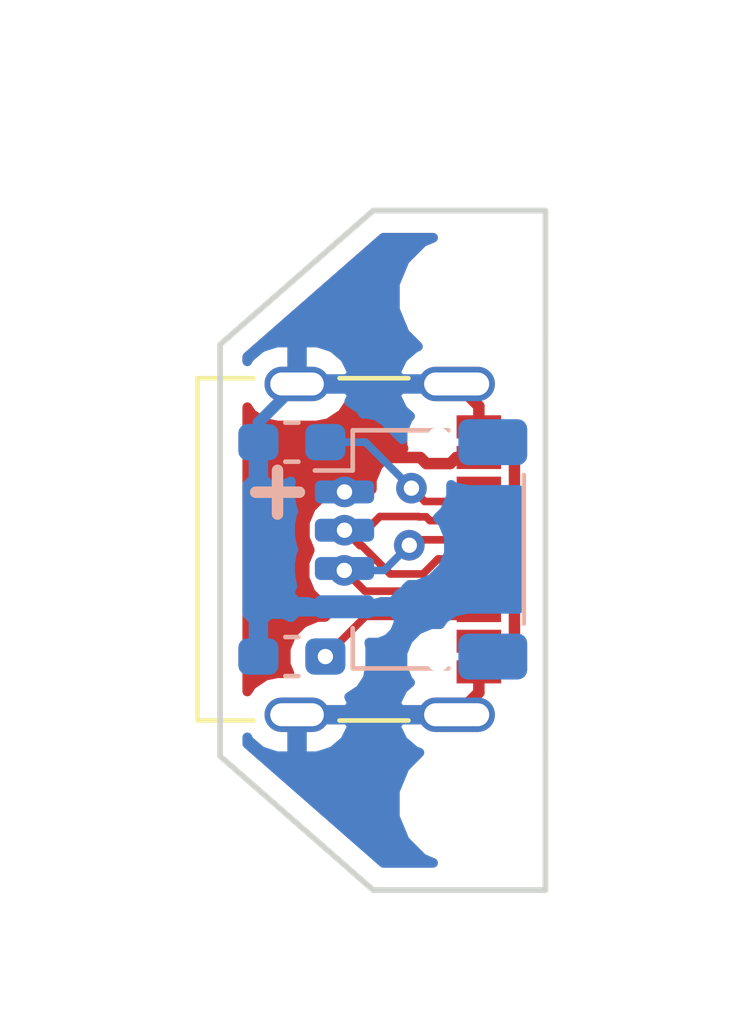
<source format=kicad_pcb>
(kicad_pcb (version 20171130) (host pcbnew "(5.0.0-rc2-200-g1f6f76beb)")

  (general
    (thickness 1.6)
    (drawings 9)
    (tracks 53)
    (zones 0)
    (modules 6)
    (nets 7)
  )

  (page A4)
  (layers
    (0 F.Cu signal hide)
    (31 B.Cu signal)
    (32 B.Adhes user)
    (33 F.Adhes user)
    (34 B.Paste user)
    (35 F.Paste user)
    (36 B.SilkS user)
    (37 F.SilkS user)
    (38 B.Mask user)
    (39 F.Mask user)
    (40 Dwgs.User user)
    (41 Cmts.User user)
    (42 Eco1.User user)
    (43 Eco2.User user)
    (44 Edge.Cuts user)
    (45 Margin user)
    (46 B.CrtYd user)
    (47 F.CrtYd user)
    (48 B.Fab user hide)
    (49 F.Fab user hide)
  )

  (setup
    (last_trace_width 0.2)
    (trace_clearance 0.2)
    (zone_clearance 0.508)
    (zone_45_only no)
    (trace_min 0.2)
    (segment_width 0.2)
    (edge_width 0.15)
    (via_size 0.8)
    (via_drill 0.4)
    (via_min_size 0.4)
    (via_min_drill 0.3)
    (uvia_size 0.3)
    (uvia_drill 0.1)
    (uvias_allowed no)
    (uvia_min_size 0.2)
    (uvia_min_drill 0.1)
    (pcb_text_width 0.3)
    (pcb_text_size 1.5 1.5)
    (mod_edge_width 0.15)
    (mod_text_size 1 1)
    (mod_text_width 0.15)
    (pad_size 1.524 1.524)
    (pad_drill 0.762)
    (pad_to_mask_clearance 0.2)
    (aux_axis_origin 0 0)
    (visible_elements FFFFFF7F)
    (pcbplotparams
      (layerselection 0x010fc_ffffffff)
      (usegerberextensions false)
      (usegerberattributes false)
      (usegerberadvancedattributes false)
      (creategerberjobfile false)
      (excludeedgelayer true)
      (linewidth 0.100000)
      (plotframeref false)
      (viasonmask false)
      (mode 1)
      (useauxorigin false)
      (hpglpennumber 1)
      (hpglpenspeed 20)
      (hpglpendiameter 15.000000)
      (psnegative false)
      (psa4output false)
      (plotreference true)
      (plotvalue true)
      (plotinvisibletext false)
      (padsonsilk false)
      (subtractmaskfromsilk false)
      (outputformat 1)
      (mirror false)
      (drillshape 1)
      (scaleselection 1)
      (outputdirectory ""))
  )

  (net 0 "")
  (net 1 GND)
  (net 2 DN)
  (net 3 DP)
  (net 4 "Net-(J1-PadA5)")
  (net 5 "Net-(J1-PadB5)")
  (net 6 VBUS)

  (net_class Default "This is the default net class."
    (clearance 0.2)
    (trace_width 0.2)
    (via_dia 0.8)
    (via_drill 0.4)
    (uvia_dia 0.3)
    (uvia_drill 0.1)
    (add_net DN)
    (add_net DP)
    (add_net "Net-(J1-PadA5)")
    (add_net "Net-(J1-PadB5)")
  )

  (net_class pow ""
    (clearance 0.2)
    (trace_width 0.3)
    (via_dia 0.8)
    (via_drill 0.4)
    (uvia_dia 0.3)
    (uvia_drill 0.1)
    (add_net GND)
    (add_net VBUS)
  )

  (module MountingHole:MountingHole_2.1mm (layer F.Cu) (tedit 5E4B50A8) (tstamp 5E593E32)
    (at 2.25 -6.75)
    (descr "Mounting Hole 2.1mm, no annular")
    (tags "mounting hole 2.1mm no annular")
    (attr virtual)
    (fp_text reference REF** (at 0 -3.2) (layer F.SilkS) hide
      (effects (font (size 1 1) (thickness 0.15)))
    )
    (fp_text value MountingHole_2.1mm (at 0 3.2) (layer F.Fab)
      (effects (font (size 1 1) (thickness 0.15)))
    )
    (fp_text user %R (at 0.3 0) (layer F.Fab)
      (effects (font (size 1 1) (thickness 0.15)))
    )
    (fp_circle (center 0 0) (end 2.1 0) (layer Cmts.User) (width 0.15))
    (fp_circle (center 0 0) (end 2.35 0) (layer F.CrtYd) (width 0.05))
    (pad "" np_thru_hole circle (at 0 0) (size 2.1 2.1) (drill 2.1) (layers *.Cu *.Mask))
  )

  (module Connector_USB:USB_C_Receptacle_Palconn_UTC16-G (layer F.Cu) (tedit 5E4B50AB) (tstamp 5E5933B1)
    (at 0.25 -0.15 270)
    (descr http://www.palpilot.com/wp-content/uploads/2017/05/UTC027-GKN-OR-Rev-A.pdf)
    (tags "USB C Type-C Receptacle USB2.0")
    (path /5E4B4C50)
    (attr smd)
    (fp_text reference J1 (at 0 -4.58 270) (layer F.SilkS) hide
      (effects (font (size 1 1) (thickness 0.15)))
    )
    (fp_text value USB_C_Receptacle_USB2.0 (at 0 6.24 270) (layer F.Fab)
      (effects (font (size 1 1) (thickness 0.15)))
    )
    (fp_line (start 4.47 4.84) (end -4.47 4.84) (layer F.SilkS) (width 0.12))
    (fp_line (start 4.47 -0.67) (end 4.47 1.13) (layer F.SilkS) (width 0.12))
    (fp_line (start 4.47 4.84) (end 4.47 3.38) (layer F.SilkS) (width 0.12))
    (fp_line (start -4.47 4.84) (end -4.47 3.38) (layer F.SilkS) (width 0.12))
    (fp_line (start -4.47 -0.67) (end -4.47 1.13) (layer F.SilkS) (width 0.12))
    (fp_line (start -4.47 4.34) (end 4.47 4.34) (layer Dwgs.User) (width 0.1))
    (fp_line (start 5.27 5.34) (end 5.27 -3.59) (layer F.CrtYd) (width 0.05))
    (fp_line (start 5.27 -3.59) (end -5.27 -3.59) (layer F.CrtYd) (width 0.05))
    (fp_line (start -5.27 -3.59) (end -5.27 5.34) (layer F.CrtYd) (width 0.05))
    (fp_line (start -5.27 5.34) (end 5.27 5.34) (layer F.CrtYd) (width 0.05))
    (fp_text user %R (at 0 1.18 270) (layer F.Fab)
      (effects (font (size 1 1) (thickness 0.15)))
    )
    (fp_line (start -4.47 -2.48) (end -4.47 4.84) (layer F.Fab) (width 0.1))
    (fp_line (start 4.47 4.84) (end -4.47 4.84) (layer F.Fab) (width 0.1))
    (fp_line (start 4.47 -2.48) (end 4.47 4.84) (layer F.Fab) (width 0.1))
    (fp_line (start -4.47 -2.48) (end 4.47 -2.48) (layer F.Fab) (width 0.1))
    (fp_text user "PCB Edge" (at 0 3.43 270) (layer Dwgs.User)
      (effects (font (size 1 1) (thickness 0.15)))
    )
    (pad S1 thru_hole oval (at -4.32 -1.93) (size 2 0.9) (drill oval 1.7 0.6) (layers *.Cu *.Mask)
      (net 1 GND))
    (pad S1 thru_hole oval (at 4.32 -1.93) (size 2 0.9) (drill oval 1.7 0.6) (layers *.Cu *.Mask)
      (net 1 GND))
    (pad S1 thru_hole oval (at -4.32 2.24) (size 1.7 0.9) (drill oval 1.4 0.6) (layers *.Cu *.Mask)
      (net 1 GND))
    (pad S1 thru_hole oval (at 4.32 2.24) (size 1.7 0.9) (drill oval 1.4 0.6) (layers *.Cu *.Mask)
      (net 1 GND))
    (pad B7 smd rect (at -0.75 -2.51 90) (size 0.3 1.16) (layers F.Cu F.Paste F.Mask)
      (net 2 DN))
    (pad A6 smd rect (at -0.25 -2.51 90) (size 0.3 1.16) (layers F.Cu F.Paste F.Mask)
      (net 3 DP))
    (pad A7 smd rect (at 0.25 -2.51 90) (size 0.3 1.16) (layers F.Cu F.Paste F.Mask)
      (net 2 DN))
    (pad B8 smd rect (at -1.75 -2.51 90) (size 0.3 1.16) (layers F.Cu F.Paste F.Mask))
    (pad A5 smd rect (at -1.25 -2.51 90) (size 0.3 1.16) (layers F.Cu F.Paste F.Mask)
      (net 4 "Net-(J1-PadA5)"))
    (pad A8 smd rect (at 1.25 -2.51 90) (size 0.3 1.16) (layers F.Cu F.Paste F.Mask))
    (pad B6 smd rect (at 0.75 -2.51 90) (size 0.3 1.16) (layers F.Cu F.Paste F.Mask)
      (net 3 DP))
    (pad B5 smd rect (at 1.75 -2.51 90) (size 0.3 1.16) (layers F.Cu F.Paste F.Mask)
      (net 5 "Net-(J1-PadB5)"))
    (pad "" np_thru_hole circle (at 2.89 -1.45 90) (size 0.6 0.6) (drill 0.6) (layers *.Cu *.Mask))
    (pad "" np_thru_hole circle (at -2.89 -1.45 90) (size 0.6 0.6) (drill 0.6) (layers *.Cu *.Mask))
    (pad A4 smd rect (at -2.4 -2.51 270) (size 0.6 1.16) (layers F.Cu F.Paste F.Mask)
      (net 6 VBUS))
    (pad B9 smd rect (at -2.4 -2.51 270) (size 0.6 1.16) (layers F.Cu F.Paste F.Mask)
      (net 6 VBUS))
    (pad A1 smd rect (at -3.2 -2.51 270) (size 0.6 1.16) (layers F.Cu F.Paste F.Mask)
      (net 1 GND))
    (pad B12 smd rect (at -3.2 -2.51 270) (size 0.6 1.16) (layers F.Cu F.Paste F.Mask)
      (net 1 GND))
    (pad B4 smd rect (at 2.4 -2.51 270) (size 0.6 1.16) (layers F.Cu F.Paste F.Mask)
      (net 6 VBUS))
    (pad B1 smd rect (at 3.2 -2.51 270) (size 0.6 1.16) (layers F.Cu F.Paste F.Mask)
      (net 1 GND))
    (pad A9 smd rect (at 2.4 -2.51 270) (size 0.6 1.16) (layers F.Cu F.Paste F.Mask)
      (net 6 VBUS))
    (pad A12 smd rect (at 3.2 -2.51 270) (size 0.6 1.16) (layers F.Cu F.Paste F.Mask)
      (net 1 GND))
    (model /home/jeff/code/nrf52-watch/kicad/libs/usb.stp
      (offset (xyz -16 -5 0))
      (scale (xyz 1 1 1))
      (rotate (xyz -90 0 0))
    )
  )

  (module Connector_JST:JST_SH_SM04B-SRSS-TB_1x04-1MP_P1.00mm_Horizontal (layer B.Cu) (tedit 5E4B50DA) (tstamp 5E5935D2)
    (at 1.25 -0.15 270)
    (descr "JST SH series connector, SM04B-SRSS-TB (http://www.jst-mfg.com/product/pdf/eng/eSH.pdf), generated with kicad-footprint-generator")
    (tags "connector JST SH top entry")
    (path /5E4B5808)
    (attr smd)
    (fp_text reference J2 (at 0 3.98 270) (layer B.SilkS) hide
      (effects (font (size 1 1) (thickness 0.15)) (justify mirror))
    )
    (fp_text value Conn_01x04_Female (at 0 -3.98 270) (layer B.Fab)
      (effects (font (size 1 1) (thickness 0.15)) (justify mirror))
    )
    (fp_line (start -3 1.675) (end 3 1.675) (layer B.Fab) (width 0.1))
    (fp_line (start -3.11 -0.715) (end -3.11 1.785) (layer B.SilkS) (width 0.12))
    (fp_line (start -3.11 1.785) (end -2.06 1.785) (layer B.SilkS) (width 0.12))
    (fp_line (start -2.06 1.785) (end -2.06 2.775) (layer B.SilkS) (width 0.12))
    (fp_line (start 3.11 -0.715) (end 3.11 1.785) (layer B.SilkS) (width 0.12))
    (fp_line (start 3.11 1.785) (end 2.06 1.785) (layer B.SilkS) (width 0.12))
    (fp_line (start -1.94 -2.685) (end 1.94 -2.685) (layer B.SilkS) (width 0.12))
    (fp_line (start -3 -2.575) (end 3 -2.575) (layer B.Fab) (width 0.1))
    (fp_line (start -3 1.675) (end -3 -2.575) (layer B.Fab) (width 0.1))
    (fp_line (start 3 1.675) (end 3 -2.575) (layer B.Fab) (width 0.1))
    (fp_line (start -3.9 3.28) (end -3.9 -3.28) (layer B.CrtYd) (width 0.05))
    (fp_line (start -3.9 -3.28) (end 3.9 -3.28) (layer B.CrtYd) (width 0.05))
    (fp_line (start 3.9 -3.28) (end 3.9 3.28) (layer B.CrtYd) (width 0.05))
    (fp_line (start 3.9 3.28) (end -3.9 3.28) (layer B.CrtYd) (width 0.05))
    (fp_line (start -2 1.675) (end -1.5 0.967893) (layer B.Fab) (width 0.1))
    (fp_line (start -1.5 0.967893) (end -1 1.675) (layer B.Fab) (width 0.1))
    (fp_text user %R (at 0 0 270) (layer B.Fab)
      (effects (font (size 1 1) (thickness 0.15)) (justify mirror))
    )
    (pad 1 smd roundrect (at -1.5 2 270) (size 0.6 1.55) (layers B.Cu B.Paste B.Mask) (roundrect_rratio 0.25)
      (net 6 VBUS))
    (pad 2 smd roundrect (at -0.5 2 270) (size 0.6 1.55) (layers B.Cu B.Paste B.Mask) (roundrect_rratio 0.25)
      (net 2 DN))
    (pad 3 smd roundrect (at 0.5 2 270) (size 0.6 1.55) (layers B.Cu B.Paste B.Mask) (roundrect_rratio 0.25)
      (net 3 DP))
    (pad 4 smd roundrect (at 1.5 2 270) (size 0.6 1.55) (layers B.Cu B.Paste B.Mask) (roundrect_rratio 0.25)
      (net 1 GND))
    (pad MP smd roundrect (at -2.8 -1.875 270) (size 1.2 1.8) (layers B.Cu B.Paste B.Mask) (roundrect_rratio 0.208333))
    (pad MP smd roundrect (at 2.8 -1.875 270) (size 1.2 1.8) (layers B.Cu B.Paste B.Mask) (roundrect_rratio 0.208333))
    (model /home/jeff/code/nrf52-watch/kicad/libs/jst.step
      (offset (xyz 0 1 -0.5))
      (scale (xyz 1 1 1))
      (rotate (xyz -90 0 0))
    )
  )

  (module Resistor_SMD:R_0603_1608Metric_Pad1.05x0.95mm_HandSolder (layer B.Cu) (tedit 5E4B50D6) (tstamp 5E5933DD)
    (at -2.125 -2.95)
    (descr "Resistor SMD 0603 (1608 Metric), square (rectangular) end terminal, IPC_7351 nominal with elongated pad for handsoldering. (Body size source: http://www.tortai-tech.com/upload/download/2011102023233369053.pdf), generated with kicad-footprint-generator")
    (tags "resistor handsolder")
    (path /5E4B4D1C)
    (attr smd)
    (fp_text reference R1 (at 0 1.43) (layer B.SilkS) hide
      (effects (font (size 1 1) (thickness 0.15)) (justify mirror))
    )
    (fp_text value 5.1k (at 0 -1.43) (layer B.Fab)
      (effects (font (size 1 1) (thickness 0.15)) (justify mirror))
    )
    (fp_line (start -0.8 -0.4) (end -0.8 0.4) (layer B.Fab) (width 0.1))
    (fp_line (start -0.8 0.4) (end 0.8 0.4) (layer B.Fab) (width 0.1))
    (fp_line (start 0.8 0.4) (end 0.8 -0.4) (layer B.Fab) (width 0.1))
    (fp_line (start 0.8 -0.4) (end -0.8 -0.4) (layer B.Fab) (width 0.1))
    (fp_line (start -0.171267 0.51) (end 0.171267 0.51) (layer B.SilkS) (width 0.12))
    (fp_line (start -0.171267 -0.51) (end 0.171267 -0.51) (layer B.SilkS) (width 0.12))
    (fp_line (start -1.65 -0.73) (end -1.65 0.73) (layer B.CrtYd) (width 0.05))
    (fp_line (start -1.65 0.73) (end 1.65 0.73) (layer B.CrtYd) (width 0.05))
    (fp_line (start 1.65 0.73) (end 1.65 -0.73) (layer B.CrtYd) (width 0.05))
    (fp_line (start 1.65 -0.73) (end -1.65 -0.73) (layer B.CrtYd) (width 0.05))
    (fp_text user %R (at 0 0) (layer B.Fab)
      (effects (font (size 0.4 0.4) (thickness 0.06)) (justify mirror))
    )
    (pad 1 smd roundrect (at -0.875 0) (size 1.05 0.95) (layers B.Cu B.Paste B.Mask) (roundrect_rratio 0.25)
      (net 1 GND))
    (pad 2 smd roundrect (at 0.875 0) (size 1.05 0.95) (layers B.Cu B.Paste B.Mask) (roundrect_rratio 0.25)
      (net 4 "Net-(J1-PadA5)"))
    (model ${KISYS3DMOD}/Resistor_SMD.3dshapes/R_0603_1608Metric.wrl
      (at (xyz 0 0 0))
      (scale (xyz 1 1 1))
      (rotate (xyz 0 0 0))
    )
  )

  (module Resistor_SMD:R_0603_1608Metric_Pad1.05x0.95mm_HandSolder (layer B.Cu) (tedit 5E4B50D2) (tstamp 5E5933EE)
    (at -2.125 2.65)
    (descr "Resistor SMD 0603 (1608 Metric), square (rectangular) end terminal, IPC_7351 nominal with elongated pad for handsoldering. (Body size source: http://www.tortai-tech.com/upload/download/2011102023233369053.pdf), generated with kicad-footprint-generator")
    (tags "resistor handsolder")
    (path /5E4B4DD5)
    (attr smd)
    (fp_text reference R2 (at 0 1.43) (layer B.SilkS) hide
      (effects (font (size 1 1) (thickness 0.15)) (justify mirror))
    )
    (fp_text value 5.1k (at 0 -1.43) (layer B.Fab)
      (effects (font (size 1 1) (thickness 0.15)) (justify mirror))
    )
    (fp_text user %R (at 0 0) (layer B.Fab)
      (effects (font (size 0.4 0.4) (thickness 0.06)) (justify mirror))
    )
    (fp_line (start 1.65 -0.73) (end -1.65 -0.73) (layer B.CrtYd) (width 0.05))
    (fp_line (start 1.65 0.73) (end 1.65 -0.73) (layer B.CrtYd) (width 0.05))
    (fp_line (start -1.65 0.73) (end 1.65 0.73) (layer B.CrtYd) (width 0.05))
    (fp_line (start -1.65 -0.73) (end -1.65 0.73) (layer B.CrtYd) (width 0.05))
    (fp_line (start -0.171267 -0.51) (end 0.171267 -0.51) (layer B.SilkS) (width 0.12))
    (fp_line (start -0.171267 0.51) (end 0.171267 0.51) (layer B.SilkS) (width 0.12))
    (fp_line (start 0.8 -0.4) (end -0.8 -0.4) (layer B.Fab) (width 0.1))
    (fp_line (start 0.8 0.4) (end 0.8 -0.4) (layer B.Fab) (width 0.1))
    (fp_line (start -0.8 0.4) (end 0.8 0.4) (layer B.Fab) (width 0.1))
    (fp_line (start -0.8 -0.4) (end -0.8 0.4) (layer B.Fab) (width 0.1))
    (pad 2 smd roundrect (at 0.875 0) (size 1.05 0.95) (layers B.Cu B.Paste B.Mask) (roundrect_rratio 0.25)
      (net 5 "Net-(J1-PadB5)"))
    (pad 1 smd roundrect (at -0.875 0) (size 1.05 0.95) (layers B.Cu B.Paste B.Mask) (roundrect_rratio 0.25)
      (net 1 GND))
    (model ${KISYS3DMOD}/Resistor_SMD.3dshapes/R_0603_1608Metric.wrl
      (at (xyz 0 0 0))
      (scale (xyz 1 1 1))
      (rotate (xyz 0 0 0))
    )
  )

  (module MountingHole:MountingHole_2.1mm (layer F.Cu) (tedit 5E4B50B1) (tstamp 5E593D0C)
    (at 2.25 6.5)
    (descr "Mounting Hole 2.1mm, no annular")
    (tags "mounting hole 2.1mm no annular")
    (attr virtual)
    (fp_text reference REF** (at 0 -3.2) (layer F.SilkS) hide
      (effects (font (size 1 1) (thickness 0.15)))
    )
    (fp_text value MountingHole_2.1mm (at 0 3.2) (layer F.Fab)
      (effects (font (size 1 1) (thickness 0.15)))
    )
    (fp_circle (center 0 0) (end 2.35 0) (layer F.CrtYd) (width 0.05))
    (fp_circle (center 0 0) (end 2.1 0) (layer Cmts.User) (width 0.15))
    (fp_text user %R (at 0.3 0) (layer F.Fab)
      (effects (font (size 1 1) (thickness 0.15)))
    )
    (pad "" np_thru_hole circle (at 0 0) (size 2.1 2.1) (drill 2.1) (layers *.Cu *.Mask))
  )

  (gr_text + (at -2.5 -1.75) (layer B.SilkS)
    (effects (font (size 1.5 1.5) (thickness 0.3)) (justify mirror))
  )
  (gr_line (start 0 -9) (end 4.5 -9) (layer Edge.Cuts) (width 0.15))
  (gr_line (start 0 -9) (end -4 -5.5) (layer Edge.Cuts) (width 0.15))
  (gr_line (start 4.5 -5.5) (end 4.5 -9) (layer Edge.Cuts) (width 0.15))
  (gr_line (start 0 8.75) (end -4 5.25) (layer Edge.Cuts) (width 0.15))
  (gr_line (start 4.5 8.75) (end 0 8.75) (layer Edge.Cuts) (width 0.15))
  (gr_line (start 4.5 5.25) (end 4.5 8.75) (layer Edge.Cuts) (width 0.15))
  (gr_line (start 4.5 5.25) (end 4.5 -5.5) (layer Edge.Cuts) (width 0.15))
  (gr_line (start -4 -5.5) (end -4 5.25) (layer Edge.Cuts) (width 0.15))

  (segment (start 2.76 -3.89) (end 2.18 -4.47) (width 0.3) (layer F.Cu) (net 1))
  (segment (start 2.76 -3.35) (end 2.76 -3.89) (width 0.3) (layer F.Cu) (net 1))
  (segment (start 2.76 3.59) (end 2.18 4.17) (width 0.3) (layer F.Cu) (net 1))
  (segment (start 2.76 3.05) (end 2.76 3.59) (width 0.3) (layer F.Cu) (net 1))
  (segment (start -3 -3.46) (end -1.99 -4.47) (width 0.3) (layer B.Cu) (net 1))
  (segment (start -3 -2.95) (end -3 -3.46) (width 0.3) (layer B.Cu) (net 1))
  (via (at -0.75 -0.649987) (size 0.8) (drill 0.4) (layers F.Cu B.Cu) (net 2))
  (segment (start -0.350001 -0.249988) (end -0.75 -0.649987) (width 0.2) (layer F.Cu) (net 2))
  (segment (start 1.302469 0.492256) (end 0.442269 0.492256) (width 0.2) (layer F.Cu) (net 2))
  (segment (start 2.76 0.1) (end 1.694725 0.1) (width 0.2) (layer F.Cu) (net 2))
  (segment (start 1.694725 0.1) (end 1.302469 0.492256) (width 0.2) (layer F.Cu) (net 2))
  (segment (start 1.184311 -0.999989) (end 1.176548 -1.007752) (width 0.2) (layer F.Cu) (net 2))
  (segment (start -0.299975 -0.249988) (end -0.350001 -0.249988) (width 0.2) (layer F.Cu) (net 2))
  (segment (start -0.184315 -0.649987) (end -0.75 -0.649987) (width 0.2) (layer F.Cu) (net 2))
  (segment (start 0.17345 -1.007752) (end -0.184315 -0.649987) (width 0.2) (layer F.Cu) (net 2))
  (segment (start 1.176548 -1.007752) (end 0.17345 -1.007752) (width 0.2) (layer F.Cu) (net 2))
  (segment (start 1.382537 -0.999989) (end 1.184311 -0.999989) (width 0.2) (layer F.Cu) (net 2))
  (segment (start 1.482526 -0.9) (end 1.382537 -0.999989) (width 0.2) (layer F.Cu) (net 2))
  (segment (start 0.442269 0.492256) (end -0.299975 -0.249988) (width 0.2) (layer F.Cu) (net 2))
  (segment (start 2.76 -0.9) (end 1.482526 -0.9) (width 0.2) (layer F.Cu) (net 2))
  (via (at 0.942468 -0.257745) (size 0.8) (drill 0.4) (layers F.Cu B.Cu) (net 3))
  (segment (start 1.084723 -0.4) (end 0.942468 -0.257745) (width 0.2) (layer F.Cu) (net 3))
  (segment (start 2.76 -0.4) (end 1.084723 -0.4) (width 0.2) (layer F.Cu) (net 3))
  (segment (start 1.831135 0.6) (end 1.488869 0.942267) (width 0.2) (layer F.Cu) (net 3))
  (segment (start -0.355568 0.800009) (end -0.755567 0.40001) (width 0.2) (layer F.Cu) (net 3))
  (segment (start -0.189882 0.40001) (end -0.755567 0.40001) (width 0.2) (layer B.Cu) (net 3))
  (segment (start 2.76 0.6) (end 1.831135 0.6) (width 0.2) (layer F.Cu) (net 3))
  (segment (start -0.21331 0.942267) (end -0.355568 0.800009) (width 0.2) (layer F.Cu) (net 3))
  (segment (start 0.284713 0.40001) (end -0.189882 0.40001) (width 0.2) (layer B.Cu) (net 3))
  (segment (start 0.942468 -0.257745) (end 0.284713 0.40001) (width 0.2) (layer B.Cu) (net 3))
  (segment (start 1.488869 0.942267) (end -0.21331 0.942267) (width 0.2) (layer F.Cu) (net 3))
  (via (at -0.755567 0.40001) (size 0.8) (drill 0.4) (layers F.Cu B.Cu) (net 3))
  (segment (start 0.59918 -2.148644) (end 0.999179 -1.748645) (width 0.2) (layer B.Cu) (net 4))
  (segment (start -0.202176 -2.95) (end 0.59918 -2.148644) (width 0.2) (layer B.Cu) (net 4))
  (segment (start -1.25 -2.95) (end -0.202176 -2.95) (width 0.2) (layer B.Cu) (net 4))
  (segment (start 1.347824 -1.4) (end 0.999179 -1.748645) (width 0.2) (layer F.Cu) (net 4))
  (segment (start 2.76 -1.4) (end 1.347824 -1.4) (width 0.2) (layer F.Cu) (net 4))
  (via (at 0.999179 -1.748645) (size 0.8) (drill 0.4) (layers F.Cu B.Cu) (net 4))
  (via (at -1.25 2.65) (size 0.8) (drill 0.4) (layers F.Cu B.Cu) (net 5))
  (segment (start 2.76 1.6) (end -0.2 1.6) (width 0.2) (layer F.Cu) (net 5))
  (segment (start -0.2 1.6) (end -1.25 2.65) (width 0.2) (layer F.Cu) (net 5))
  (segment (start 0.15 -2.55) (end -0.75 -1.65) (width 0.3) (layer F.Cu) (net 6))
  (segment (start 2.172002 -2.55) (end 2.012001 -2.389999) (width 0.3) (layer F.Cu) (net 6))
  (segment (start 2.76 -2.55) (end 2.172002 -2.55) (width 0.3) (layer F.Cu) (net 6))
  (segment (start 1.387999 -2.389999) (end 1.227998 -2.55) (width 0.3) (layer F.Cu) (net 6))
  (segment (start 2.012001 -2.389999) (end 1.387999 -2.389999) (width 0.3) (layer F.Cu) (net 6))
  (via (at -0.75 -1.65) (size 0.8) (drill 0.4) (layers F.Cu B.Cu) (net 6))
  (segment (start 1.227998 -2.55) (end 0.15 -2.55) (width 0.3) (layer F.Cu) (net 6))
  (segment (start 3.64 2.25) (end 2.76 2.25) (width 0.3) (layer F.Cu) (net 6))
  (segment (start 3.690001 2.199999) (end 3.64 2.25) (width 0.3) (layer F.Cu) (net 6))
  (segment (start 3.690001 -2.499999) (end 3.690001 2.199999) (width 0.3) (layer F.Cu) (net 6))
  (segment (start 3.64 -2.55) (end 3.690001 -2.499999) (width 0.3) (layer F.Cu) (net 6))
  (segment (start 2.76 -2.55) (end 3.64 -2.55) (width 0.3) (layer F.Cu) (net 6))

  (zone (net 6) (net_name VBUS) (layer F.Cu) (tstamp 0) (hatch edge 0.508)
    (connect_pads (clearance 0.508))
    (min_thickness 0.254)
    (fill yes (arc_segments 16) (thermal_gap 0.508) (thermal_bridge_width 0.508))
    (polygon
      (pts
        (xy -6.75 -12.5) (xy 8 -11.5) (xy 8 10.75) (xy -7.75 10.75)
      )
    )
    (filled_polygon
      (pts
        (xy 1.295524 -8.178474) (xy 0.821526 -7.704476) (xy 0.565 -7.085167) (xy 0.565 -6.414833) (xy 0.821526 -5.795524)
        (xy 1.157708 -5.459342) (xy 0.847759 -5.252241) (xy 0.607953 -4.893346) (xy 0.523744 -4.47) (xy 0.607953 -4.046654)
        (xy 0.847759 -3.687759) (xy 0.954288 -3.616578) (xy 0.907345 -3.569635) (xy 0.765 -3.225983) (xy 0.765 -2.854017)
        (xy 0.794149 -2.783645) (xy 0.793305 -2.783645) (xy 0.412899 -2.626076) (xy 0.121748 -2.334925) (xy -0.035821 -1.954519)
        (xy -0.035821 -1.715524) (xy -0.113333 -1.700106) (xy -0.292158 -1.580619) (xy -0.544126 -1.684987) (xy -0.955874 -1.684987)
        (xy -1.33628 -1.527418) (xy -1.627431 -1.236267) (xy -1.785 -0.855861) (xy -1.785 -0.444113) (xy -1.655598 -0.131708)
        (xy -1.790567 0.194136) (xy -1.790567 0.605884) (xy -1.632998 0.98629) (xy -1.341847 1.277441) (xy -1.041355 1.401909)
        (xy -1.254446 1.615) (xy -1.455874 1.615) (xy -1.83628 1.772569) (xy -2.127431 2.06372) (xy -2.285 2.444126)
        (xy -2.285 2.855874) (xy -2.190093 3.085) (xy -2.496861 3.085) (xy -2.813346 3.147953) (xy -3.172241 3.387759)
        (xy -3.29 3.563998) (xy -3.29 -3.863998) (xy -3.172241 -3.687759) (xy -2.813346 -3.447953) (xy -2.496861 -3.385)
        (xy -1.483139 -3.385) (xy -1.166654 -3.447953) (xy -0.807759 -3.687759) (xy -0.567953 -4.046654) (xy -0.483744 -4.47)
        (xy -0.567953 -4.893346) (xy -0.807759 -5.252241) (xy -1.166654 -5.492047) (xy -1.483139 -5.555) (xy -2.496861 -5.555)
        (xy -2.813346 -5.492047) (xy -3.172241 -5.252241) (xy -3.29 -5.076002) (xy -3.29 -5.177825) (xy 0.266772 -8.29)
        (xy 1.564772 -8.29)
      )
    )
  )
  (zone (net 1) (net_name GND) (layer B.Cu) (tstamp 0) (hatch edge 0.508)
    (connect_pads (clearance 0.508))
    (min_thickness 0.254)
    (fill yes (arc_segments 16) (thermal_gap 0.508) (thermal_bridge_width 0.508))
    (polygon
      (pts
        (xy -7.5 -14.5) (xy 9.5 -14.25) (xy 9.25 12.25) (xy -9.75 11.75)
      )
    )
    (filled_polygon
      (pts
        (xy -2.873 -3.077) (xy -2.853 -3.077) (xy -2.853 -2.823) (xy -2.873 -2.823) (xy -2.873 -1.99875)
        (xy -2.71425 -1.84) (xy -2.348691 -1.84) (xy -2.147943 -1.923153) (xy -2.17244 -1.8) (xy -2.17244 -1.5)
        (xy -2.111738 -1.194833) (xy -2.081782 -1.15) (xy -2.111738 -1.105167) (xy -2.17244 -0.8) (xy -2.17244 -0.5)
        (xy -2.111738 -0.194833) (xy -2.081782 -0.15) (xy -2.111738 -0.105167) (xy -2.17244 0.2) (xy -2.17244 0.5)
        (xy -2.111738 0.805167) (xy -2.111224 0.805936) (xy -2.16 0.923691) (xy -2.16 1.06425) (xy -2.00125 1.223)
        (xy -1.700727 1.223) (xy -1.680167 1.236738) (xy -1.375 1.29744) (xy -1.293565 1.29744) (xy -0.961441 1.43501)
        (xy -0.549693 1.43501) (xy -0.217569 1.29744) (xy -0.125 1.29744) (xy 0.180167 1.236738) (xy 0.200727 1.223)
        (xy 0.50125 1.223) (xy 0.66 1.06425) (xy 0.66 1.033227) (xy 0.814618 0.929915) (xy 0.855624 0.868545)
        (xy 0.946914 0.777255) (xy 1.148342 0.777255) (xy 1.528748 0.619686) (xy 1.819899 0.328535) (xy 1.977468 -0.051871)
        (xy 1.977468 -0.463619) (xy 1.819899 -0.844025) (xy 1.689085 -0.97484) (xy 1.87661 -1.162365) (xy 2.034179 -1.542771)
        (xy 2.034179 -1.835944) (xy 2.131564 -1.770873) (xy 2.474999 -1.70256) (xy 3.775001 -1.70256) (xy 3.790001 -1.705544)
        (xy 3.79 1.405544) (xy 3.775001 1.40256) (xy 2.474999 1.40256) (xy 2.131564 1.470873) (xy 1.840414 1.665414)
        (xy 1.747145 1.805) (xy 1.514017 1.805) (xy 1.170365 1.947345) (xy 0.907345 2.210365) (xy 0.765 2.554017)
        (xy 0.765 2.925983) (xy 0.907345 3.269635) (xy 0.965937 3.328227) (xy 0.772987 3.492592) (xy 0.585592 3.875999)
        (xy 0.712498 4.043) (xy 2.053 4.043) (xy 2.053 4.023) (xy 2.307 4.023) (xy 2.307 4.043)
        (xy 2.327 4.043) (xy 2.327 4.297) (xy 2.307 4.297) (xy 2.307 4.317) (xy 2.053 4.317)
        (xy 2.053 4.297) (xy 0.712498 4.297) (xy 0.585592 4.464001) (xy 0.772987 4.847408) (xy 1.097456 5.123808)
        (xy 1.207608 5.159442) (xy 0.821526 5.545524) (xy 0.565 6.164833) (xy 0.565 6.835167) (xy 0.821526 7.454476)
        (xy 1.295524 7.928474) (xy 1.564772 8.04) (xy 0.266772 8.04) (xy -3.29 4.927825) (xy -3.29 4.759457)
        (xy -3.247013 4.847408) (xy -2.922544 5.123808) (xy -2.517 5.255) (xy -2.117 5.255) (xy -2.117 4.297)
        (xy -1.863 4.297) (xy -1.863 5.255) (xy -1.463 5.255) (xy -1.057456 5.123808) (xy -0.732987 4.847408)
        (xy -0.545592 4.464001) (xy -0.672498 4.297) (xy -1.863 4.297) (xy -2.117 4.297) (xy -2.137 4.297)
        (xy -2.137 4.043) (xy -2.117 4.043) (xy -2.117 4.023) (xy -1.863 4.023) (xy -1.863 4.043)
        (xy -0.672498 4.043) (xy -0.545592 3.875999) (xy -0.628664 3.706036) (xy -0.623848 3.705078) (xy -0.336753 3.513247)
        (xy -0.144922 3.226152) (xy -0.07756 2.8875) (xy -0.07756 2.4125) (xy -0.102921 2.285) (xy 0.15131 2.285)
        (xy 0.384699 2.188327) (xy 0.563327 2.009698) (xy 0.66 1.776309) (xy 0.66 1.63575) (xy 0.50125 1.477)
        (xy -0.623 1.477) (xy -0.623 1.497) (xy -0.877 1.497) (xy -0.877 1.477) (xy -2.00125 1.477)
        (xy -2.147561 1.623311) (xy -2.348691 1.54) (xy -2.71425 1.54) (xy -2.873 1.69875) (xy -2.873 2.523)
        (xy -2.853 2.523) (xy -2.853 2.777) (xy -2.873 2.777) (xy -2.873 2.797) (xy -3.127 2.797)
        (xy -3.127 2.777) (xy -3.147 2.777) (xy -3.147 2.523) (xy -3.127 2.523) (xy -3.127 1.69875)
        (xy -3.28575 1.54) (xy -3.29 1.54) (xy -3.29 -1.84) (xy -3.28575 -1.84) (xy -3.127 -1.99875)
        (xy -3.127 -2.823) (xy -3.147 -2.823) (xy -3.147 -3.077) (xy -3.127 -3.077) (xy -3.127 -3.097)
        (xy -2.873 -3.097)
      )
    )
    (filled_polygon
      (pts
        (xy 1.295524 -8.178474) (xy 0.821526 -7.704476) (xy 0.565 -7.085167) (xy 0.565 -6.414833) (xy 0.821526 -5.795524)
        (xy 1.169829 -5.447221) (xy 1.097456 -5.423808) (xy 0.772987 -5.147408) (xy 0.585592 -4.764001) (xy 0.712498 -4.597)
        (xy 2.053 -4.597) (xy 2.053 -4.617) (xy 2.307 -4.617) (xy 2.307 -4.597) (xy 2.327 -4.597)
        (xy 2.327 -4.343) (xy 2.307 -4.343) (xy 2.307 -4.323) (xy 2.053 -4.323) (xy 2.053 -4.343)
        (xy 0.712498 -4.343) (xy 0.585592 -4.175999) (xy 0.772987 -3.792592) (xy 0.965937 -3.628227) (xy 0.907345 -3.569635)
        (xy 0.765 -3.225983) (xy 0.765 -3.022271) (xy 0.368735 -3.418535) (xy 0.327729 -3.479905) (xy 0.084607 -3.642354)
        (xy -0.129788 -3.685) (xy -0.129792 -3.685) (xy -0.202176 -3.699398) (xy -0.253818 -3.689126) (xy -0.336753 -3.813247)
        (xy -0.623848 -4.005078) (xy -0.628664 -4.006036) (xy -0.545592 -4.175999) (xy -0.672498 -4.343) (xy -1.863 -4.343)
        (xy -1.863 -4.323) (xy -2.117 -4.323) (xy -2.117 -4.343) (xy -2.137 -4.343) (xy -2.137 -4.597)
        (xy -2.117 -4.597) (xy -2.117 -5.555) (xy -1.863 -5.555) (xy -1.863 -4.597) (xy -0.672498 -4.597)
        (xy -0.545592 -4.764001) (xy -0.732987 -5.147408) (xy -1.057456 -5.423808) (xy -1.463 -5.555) (xy -1.863 -5.555)
        (xy -2.117 -5.555) (xy -2.517 -5.555) (xy -2.922544 -5.423808) (xy -3.247013 -5.147408) (xy -3.29 -5.059457)
        (xy -3.29 -5.177825) (xy 0.266772 -8.29) (xy 1.564772 -8.29)
      )
    )
  )
)

</source>
